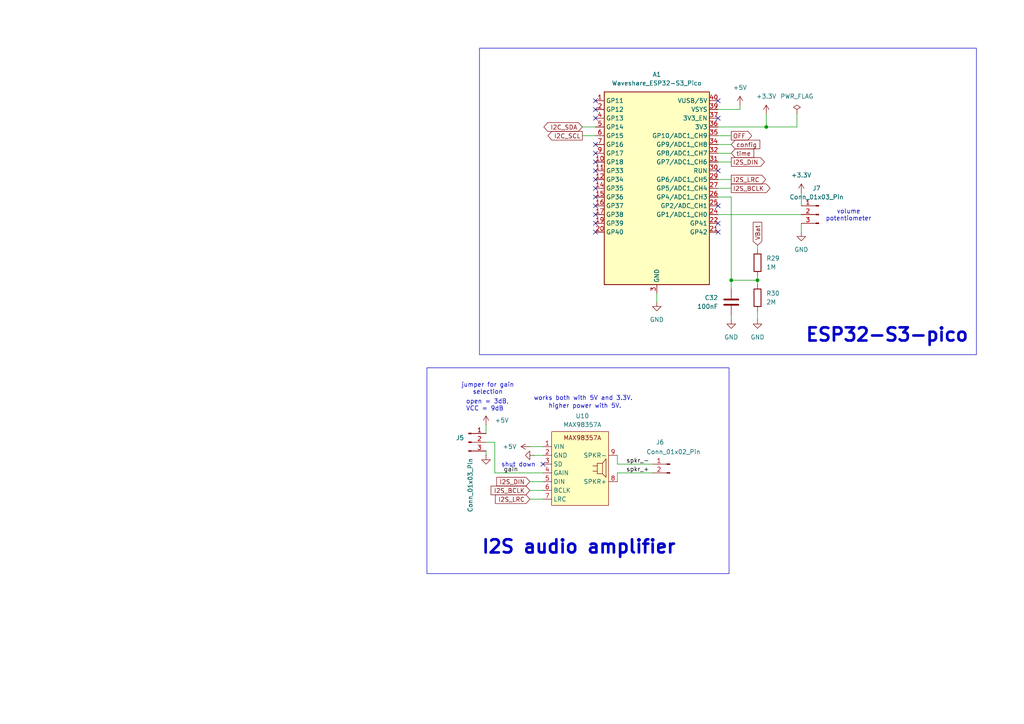
<source format=kicad_sch>
(kicad_sch (version 20250114) (generator "eeschema") (generator_version "9.0")
  (paper "A4")
  (lib_symbols
    (symbol "Connector:Conn_01x02_Pin" (pin_names (offset 1.016) (hide yes))
      (property "Reference" "J" (at 0 2.54 0))
      (property "Value" "Conn_01x02_Pin" (at 0 -5.08 0))
      (symbol "Conn_01x02_Pin_1_1"
        (rectangle (start 0.8636 0.127) (end 0 -0.127) (stroke (width 0.1524)) (fill (type outline)))
        (rectangle (start 0.8636 -2.413) (end 0 -2.667) (stroke (width 0.1524)) (fill (type outline)))
        (polyline (pts (xy 1.27 0) (xy 0.8636 0)) (stroke (width 0.1524)))
        (polyline (pts (xy 1.27 -2.54) (xy 0.8636 -2.54)) (stroke (width 0.1524)))
        (pin passive line (at 5.08 0 180) (length 3.81) (name "Pin_1") (number "1"))
        (pin passive line (at 5.08 -2.54 180) (length 3.81) (name "Pin_2") (number "2"))
      )
    )
    (symbol "Connector:Conn_01x03_Pin" (pin_names (offset 1.016) (hide yes))
      (property "Reference" "J" (at 0 5.08 0))
      (property "Value" "Conn_01x03_Pin" (at 0 -5.08 0))
      (symbol "Conn_01x03_Pin_1_1"
        (rectangle (start 0.8636 2.667) (end 0 2.413) (stroke (width 0.1524)) (fill (type outline)))
        (rectangle (start 0.8636 0.127) (end 0 -0.127) (stroke (width 0.1524)) (fill (type outline)))
        (rectangle (start 0.8636 -2.413) (end 0 -2.667) (stroke (width 0.1524)) (fill (type outline)))
        (polyline (pts (xy 1.27 2.54) (xy 0.8636 2.54)) (stroke (width 0.1524)))
        (polyline (pts (xy 1.27 0) (xy 0.8636 0)) (stroke (width 0.1524)))
        (polyline (pts (xy 1.27 -2.54) (xy 0.8636 -2.54)) (stroke (width 0.1524)))
        (pin passive line (at 5.08 2.54 180) (length 3.81) (name "Pin_1") (number "1"))
        (pin passive line (at 5.08 0 180) (length 3.81) (name "Pin_2") (number "2"))
        (pin passive line (at 5.08 -2.54 180) (length 3.81) (name "Pin_3") (number "3"))
      )
    )
    (symbol "Device:C" (pin_numbers (hide yes)) (pin_names (offset 0.254))
      (property "Reference" "C" (at 0.635 2.54 0))
      (property "Value" "C" (at 0.635 -2.54 0))
      (symbol "C_0_1"
        (polyline (pts (xy -2.032 0.762) (xy 2.032 0.762)) (stroke (width 0.508)))
        (polyline (pts (xy -2.032 -0.762) (xy 2.032 -0.762)) (stroke (width 0.508)))
      )
      (symbol "C_1_1"
        (pin passive line (at 0 3.81 270) (length 2.794) (name "~") (number "1"))
        (pin passive line (at 0 -3.81 90) (length 2.794) (name "~") (number "2"))
      )
    )
    (symbol "Device:R" (pin_numbers (hide yes)) (pin_names (offset 0))
      (property "Reference" "R" (at 2.032 0 90))
      (property "Value" "R" (at 0 0 90))
      (symbol "R_0_1"
        (rectangle (start -1.016 -2.54) (end 1.016 2.54) (stroke (width 0.254)))
      )
      (symbol "R_1_1"
        (pin passive line (at 0 3.81 270) (length 1.27) (name "~") (number "1"))
        (pin passive line (at 0 -3.81 90) (length 1.27) (name "~") (number "2"))
      )
    )
    (symbol "New_Library:MAX98357A"
      (property "Reference" "U" (at 0 14.224 0))
      (symbol "MAX98357A_0_1"
        (rectangle (start 4.318 2.794) (end 5.842 -0.254))
        (polyline (pts (xy 4.318 2.032) (xy 3.048 2.032)))
        (polyline (pts (xy 4.318 0.508) (xy 3.048 0.508)))
        (polyline (pts (xy 5.842 2.794) (xy 6.858 4.064) (xy 6.858 -1.27) (xy 5.842 -0.254)))
      )
      (symbol "MAX98357A_1_1"
        (rectangle (start -8.89 11.938) (end 7.62 -9.398) (fill (type background)))
        (text "MAX98357A" (at 0 10.16 0) (effects (font (size 1.27 1.27))))
        (pin input line (at -11.43 7.62 0) (length 2.54) (name "VIN") (number "1"))
        (pin input line (at -11.43 5.08 0) (length 2.54) (name "GND") (number "2"))
        (pin input line (at -11.43 2.54 0) (length 2.54) (name "SD") (number "3"))
        (pin input line (at -11.43 0 0) (length 2.54) (name "GAIN") (number "4"))
        (pin input line (at -11.43 -2.54 0) (length 2.54) (name "DIN") (number "5"))
        (pin input line (at -11.43 -5.08 0) (length 2.54) (name "BCLK") (number "6"))
        (pin input line (at -11.43 -7.62 0) (length 2.54) (name "LRC") (number "7"))
        (pin input line (at 10.16 5.08 180) (length 2.54) (name "SPKR-") (number "9"))
        (pin input line (at 10.16 -2.54 180) (length 2.54) (name "SPKR+") (number "8"))
      )
    )
    (symbol "New_Library:Waveshare_ESP32-S3_Pico"
      (property "Reference" "A" (at -14.986 23.622 0))
      (property "Value" "Waveshare_ESP32-S3_Pico" (at 3.81 -25.654 0))
      (symbol "Waveshare_ESP32-S3_Pico_0_1"
        (rectangle (start -15.24 22.86) (end 15.24 -33.02) (stroke (width 0.254)) (fill (type background)))
      )
      (symbol "Waveshare_ESP32-S3_Pico_1_1"
        (pin bidirectional line (at -17.78 20.32 0) (length 2.54) (name "GP11") (number "1"))
        (pin bidirectional line (at -17.78 17.78 0) (length 2.54) (name "GP12") (number "2"))
        (pin bidirectional line (at -17.78 15.24 0) (length 2.54) (name "GP13") (number "4"))
        (pin bidirectional line (at -17.78 12.7 0) (length 2.54) (name "GP14") (number "5"))
        (pin bidirectional line (at -17.78 10.16 0) (length 2.54) (name "GP15") (number "6"))
        (pin bidirectional line (at -17.78 7.62 0) (length 2.54) (name "GP16") (number "7"))
        (pin bidirectional line (at -17.78 5.08 0) (length 2.54) (name "GP17") (number "9"))
        (pin bidirectional line (at -17.78 2.54 0) (length 2.54) (name "GP18") (number "10"))
        (pin bidirectional line (at -17.78 0 0) (length 2.54) (name "GP33") (number "11"))
        (pin bidirectional line (at -17.78 -2.54 0) (length 2.54) (name "GP34") (number "12"))
        (pin bidirectional line (at -17.78 -5.08 0) (length 2.54) (name "GP35") (number "14"))
        (pin bidirectional line (at -17.78 -7.62 0) (length 2.54) (name "GP36") (number "15"))
        (pin bidirectional line (at -17.78 -10.16 0) (length 2.54) (name "GP37") (number "16"))
        (pin bidirectional line (at -17.78 -12.7 0) (length 2.54) (name "GP38") (number "17"))
        (pin bidirectional line (at -17.78 -15.24 0) (length 2.54) (name "GP39") (number "19"))
        (pin bidirectional line (at -17.78 -17.78 0) (length 2.54) (name "GP40") (number "20"))
        (pin power_in line (at 0 -35.56 90) (length 2.54) (hide yes) (name "GND") (number "13"))
        (pin power_in line (at 0 -35.56 90) (length 2.54) (hide yes) (name "GND") (number "18"))
        (pin power_in line (at 0 -35.56 90) (length 2.54) (hide yes) (name "GND") (number "23"))
        (pin power_in line (at 0 -35.56 90) (length 2.54) (hide yes) (name "GND") (number "28"))
        (pin power_in line (at 0 -35.56 90) (length 2.54) (name "GND") (number "3"))
        (pin passive line (at 0 -35.56 90) (length 2.54) (hide yes) (name "GND") (number "33"))
        (pin power_in line (at 0 -35.56 90) (length 2.54) (hide yes) (name "GND") (number "38"))
        (pin power_in line (at 0 -35.56 90) (length 2.54) (hide yes) (name "GND") (number "8"))
        (pin power_out line (at 17.78 20.32 180) (length 2.54) (name "VUSB/5V") (number "40"))
        (pin power_in line (at 17.78 17.78 180) (length 2.54) (name "VSYS") (number "39"))
        (pin input line (at 17.78 15.24 180) (length 2.54) (name "3V3_EN") (number "37"))
        (pin power_out line (at 17.78 12.7 180) (length 2.54) (name "3V3") (number "36"))
        (pin bidirectional line (at 17.78 10.16 180) (length 2.54) (name "GP10/ADC1_CH9") (number "35"))
        (pin bidirectional line (at 17.78 7.62 180) (length 2.54) (name "GP9/ADC1_CH8") (number "34"))
        (pin bidirectional line (at 17.78 5.08 180) (length 2.54) (name "GP8/ADC1_CH7") (number "32"))
        (pin bidirectional line (at 17.78 2.54 180) (length 2.54) (name "GP7/ADC1_CH6") (number "31"))
        (pin bidirectional line (at 17.78 0 180) (length 2.54) (name "RUN") (number "30"))
        (pin bidirectional line (at 17.78 -2.54 180) (length 2.54) (name "GP6/ADC1_CH5") (number "29"))
        (pin bidirectional line (at 17.78 -5.08 180) (length 2.54) (name "GP5/ADC1_CH4") (number "27"))
        (pin bidirectional line (at 17.78 -7.62 180) (length 2.54) (name "GP4/ADC1_CH3") (number "26"))
        (pin bidirectional line (at 17.78 -10.16 180) (length 2.54) (name "GP2/ADC_CH1") (number "25"))
        (pin bidirectional line (at 17.78 -12.7 180) (length 2.54) (name "GP1/ADC1_CH0") (number "24"))
        (pin bidirectional line (at 17.78 -15.24 180) (length 2.54) (name "GP41") (number "22"))
        (pin bidirectional line (at 17.78 -17.78 180) (length 2.54) (name "GP42") (number "21"))
      )
    )
    (symbol "power:+3.3V" (power) (pin_numbers (hide yes)) (pin_names (offset 0) (hide yes))
      (property "Value" "+3.3V" (at 0 3.556 0))
      (symbol "+3.3V_0_1"
        (polyline (pts (xy -0.762 1.27) (xy 0 2.54)))
        (polyline (pts (xy 0 2.54) (xy 0.762 1.27)))
        (polyline (pts (xy 0 0) (xy 0 2.54)))
      )
      (symbol "+3.3V_1_1"
        (pin power_in line (at 0 0 90) (length 0) (name "~") (number "1"))
      )
    )
    (symbol "power:+5V" (power) (pin_numbers (hide yes)) (pin_names (offset 0) (hide yes))
      (property "Value" "+5V" (at 0 3.556 0))
      (symbol "+5V_0_1"
        (polyline (pts (xy -0.762 1.27) (xy 0 2.54)))
        (polyline (pts (xy 0 2.54) (xy 0.762 1.27)))
        (polyline (pts (xy 0 0) (xy 0 2.54)))
      )
      (symbol "+5V_1_1"
        (pin power_in line (at 0 0 90) (length 0) (name "~") (number "1"))
      )
    )
    (symbol "power:GND" (power) (pin_numbers (hide yes)) (pin_names (offset 0) (hide yes))
      (property "Value" "GND" (at 0 -3.81 0))
      (symbol "GND_0_1"
        (polyline (pts (xy 0 0) (xy 0 -1.27) (xy 1.27 -1.27) (xy 0 -2.54) (xy -1.27 -1.27) (xy 0 -1.27)))
      )
      (symbol "GND_1_1"
        (pin power_in line (at 0 0 270) (length 0) (name "~") (number "1"))
      )
    )
    (symbol "power:PWR_FLAG" (power) (pin_numbers (hide yes)) (pin_names (offset 0) (hide yes))
      (property "Value" "PWR_FLAG" (at 0 3.81 0))
      (symbol "PWR_FLAG_0_0"
        (pin power_out line (at 0 0 90) (length 0) (name "~") (number "1"))
      )
      (symbol "PWR_FLAG_0_1"
        (polyline (pts (xy 0 0) (xy 0 1.27) (xy -1.016 1.905) (xy 0 2.54) (xy 1.016 1.905) (xy 0 1.27)))
      )
    )
  )
  (rectangle (start 139.065 13.97) (end 283.21 102.87))
  (rectangle (start 123.825 106.68) (end 211.455 166.37))
  (text "shut down" (at 150.368 134.874 0) (effects (font (size 1.27 1.27))))
  (text "open = 3dB, \nVCC = 9dB" (at 135.128 117.602 0) (effects (font (size 1.27 1.27)) (justify left)))
  (text "ESP32-S3-pico" (at 257.302 97.282 0) (effects (font (size 3.81 3.81) (thickness 0.762) (bold yes))))
  (text "works both with 5V and 3.3V." (at 169.164 115.57 0) (effects (font (size 1.27 1.27))))
  (text "volume\npotentiometer" (at 246.126 62.484 0) (effects (font (size 1.27 1.27))))
  (text "higher power with 5V." (at 169.672 117.856 0) (effects (font (size 1.27 1.27))))
  (text "jumper for gain\nselection" (at 141.478 112.776 0) (effects (font (size 1.27 1.27))))
  (text "I2S audio amplifier" (at 167.894 158.75 0) (effects (font (size 3.81 3.81) (thickness 0.762) (bold yes))))
  (junction (at 219.71 81.28))
  (junction (at 212.09 81.28))
  (junction (at 222.25 36.83))
  (no_connect (at 172.72 57.15))
  (no_connect (at 172.72 54.61))
  (no_connect (at 172.72 31.75))
  (no_connect (at 208.28 59.69))
  (no_connect (at 208.28 49.53))
  (no_connect (at 172.72 59.69))
  (no_connect (at 172.72 44.45))
  (no_connect (at 208.28 64.77))
  (no_connect (at 208.28 67.31))
  (no_connect (at 172.72 41.91))
  (no_connect (at 172.72 29.21))
  (no_connect (at 172.72 62.23))
  (no_connect (at 157.48 134.62))
  (no_connect (at 172.72 46.99))
  (no_connect (at 172.72 34.29))
  (no_connect (at 208.28 34.29))
  (no_connect (at 172.72 49.53))
  (no_connect (at 172.72 64.77))
  (no_connect (at 208.28 29.21))
  (no_connect (at 172.72 52.07))
  (no_connect (at 172.72 67.31))
  (wire (pts (xy 179.07 137.16) (xy 179.07 139.7)))
  (wire (pts (xy 143.51 137.16) (xy 157.48 137.16)))
  (wire (pts (xy 153.67 144.78) (xy 157.48 144.78)))
  (wire (pts (xy 222.25 33.02) (xy 222.25 36.83)))
  (wire (pts (xy 232.41 55.88) (xy 232.41 59.69)))
  (wire (pts (xy 143.51 128.27) (xy 143.51 137.16)))
  (wire (pts (xy 219.71 71.12) (xy 219.71 72.39)))
  (wire (pts (xy 140.97 123.19) (xy 140.97 125.73)))
  (wire (pts (xy 153.67 129.54) (xy 157.48 129.54)))
  (wire (pts (xy 219.71 90.17) (xy 219.71 92.71)))
  (wire (pts (xy 153.67 142.24) (xy 157.48 142.24)))
  (wire (pts (xy 212.09 91.44) (xy 212.09 92.71)))
  (wire (pts (xy 231.14 33.02) (xy 231.14 36.83)))
  (wire (pts (xy 179.07 134.62) (xy 179.07 132.08)))
  (wire (pts (xy 208.28 39.37) (xy 212.09 39.37)))
  (wire (pts (xy 140.97 128.27) (xy 143.51 128.27)))
  (wire (pts (xy 214.63 31.75) (xy 214.63 30.48)))
  (wire (pts (xy 232.41 64.77) (xy 232.41 67.31)))
  (wire (pts (xy 208.28 31.75) (xy 214.63 31.75)))
  (wire (pts (xy 154.94 132.08) (xy 157.48 132.08)))
  (wire (pts (xy 219.71 80.01) (xy 219.71 81.28)))
  (wire (pts (xy 222.25 36.83) (xy 208.28 36.83)))
  (wire (pts (xy 190.5 85.09) (xy 190.5 87.63)))
  (wire (pts (xy 208.28 44.45) (xy 212.09 44.45)))
  (wire (pts (xy 179.07 137.16) (xy 189.23 137.16)))
  (wire (pts (xy 179.07 134.62) (xy 189.23 134.62)))
  (wire (pts (xy 208.28 54.61) (xy 212.09 54.61)))
  (wire (pts (xy 208.28 46.99) (xy 212.09 46.99)))
  (wire (pts (xy 208.28 52.07) (xy 212.09 52.07)))
  (wire (pts (xy 140.97 130.81) (xy 140.97 132.08)))
  (wire (pts (xy 208.28 62.23) (xy 232.41 62.23)))
  (wire (pts (xy 168.91 36.83) (xy 172.72 36.83)))
  (wire (pts (xy 153.67 139.7) (xy 157.48 139.7)))
  (wire (pts (xy 168.91 39.37) (xy 172.72 39.37)))
  (wire (pts (xy 219.71 81.28) (xy 212.09 81.28)))
  (wire (pts (xy 208.28 41.91) (xy 212.09 41.91)))
  (wire (pts (xy 219.71 81.28) (xy 219.71 82.55)))
  (wire (pts (xy 231.14 36.83) (xy 222.25 36.83)))
  (wire (pts (xy 212.09 81.28) (xy 212.09 57.15)))
  (wire (pts (xy 208.28 57.15) (xy 212.09 57.15)))
  (wire (pts (xy 212.09 81.28) (xy 212.09 83.82)))
  (label "spkr_-" (at 181.61 134.62 0))
  (label "spkr_+" (at 181.61 137.16 0))
  (label "gain" (at 146.05 137.16 0))
  (global_label "I2S_BCLK" (shape output) (at 212.09 54.61 0) (property "Intersheetrefs" "${INTERSHEET_REFS}" (effects (hide yes))))
  (global_label "I2C_SCL" (shape output) (at 168.91 39.37 180) (property "Intersheetrefs" "${INTERSHEET_REFS}" (effects (hide yes))))
  (global_label "I2S_DIN" (shape output) (at 212.09 46.99 0) (property "Intersheetrefs" "${INTERSHEET_REFS}" (effects (hide yes))))
  (global_label "I2S_DIN" (shape input) (at 153.67 139.7 180) (property "Intersheetrefs" "${INTERSHEET_REFS}" (effects (hide yes))))
  (global_label "OFF" (shape output) (at 212.09 39.37 0) (property "Intersheetrefs" "${INTERSHEET_REFS}" (effects (hide yes))))
  (global_label "VBat" (shape input) (at 219.71 71.12 90) (property "Intersheetrefs" "${INTERSHEET_REFS}" (effects (hide yes))))
  (global_label "config" (shape input) (at 212.09 41.91 0) (property "Intersheetrefs" "${INTERSHEET_REFS}" (effects (hide yes))))
  (global_label "I2S_BCLK" (shape input) (at 153.67 142.24 180) (property "Intersheetrefs" "${INTERSHEET_REFS}" (effects (hide yes))))
  (global_label "I2S_LRC" (shape input) (at 153.67 144.78 180) (property "Intersheetrefs" "${INTERSHEET_REFS}" (effects (hide yes))))
  (global_label "I2C_SDA" (shape bidirectional) (at 168.91 36.83 180) (property "Intersheetrefs" "${INTERSHEET_REFS}" (effects (hide yes))))
  (global_label "I2S_LRC" (shape output) (at 212.09 52.07 0) (property "Intersheetrefs" "${INTERSHEET_REFS}" (effects (hide yes))))
  (global_label "time" (shape input) (at 212.09 44.45 0) (property "Intersheetrefs" "${INTERSHEET_REFS}" (effects (hide yes))))
  (symbol (lib_id "power:+5V") (at 214.63 30.48 0) (unit 1)
    (property "Reference" "#PWR081" (effects (hide yes)))
    (property "Value" "+5V" (at 214.63 25.4 0))
    (property "Description" "Power symbol creates a global label with name \"+5V\"" (effects (hide yes)))
  )
  (symbol (lib_id "power:+5V") (at 140.97 123.19 0) (unit 1)
    (property "Reference" "#PWR075" (effects (hide yes)))
    (property "Value" "+5V" (at 143.51 121.9199 0) (effects (justify left)))
    (property "Description" "Power symbol creates a global label with name \"+5V\"" (effects (hide yes)))
  )
  (symbol (lib_id "New_Library:Waveshare_ESP32-S3_Pico") (at 190.5 49.53 0) (unit 1)
    (property "Reference" "A1" (at 190.5 21.59 0))
    (property "Value" "Waveshare_ESP32-S3_Pico" (at 190.5 24.13 0))
    (property "Footprint" "my_footprints:Waveshare_ESP32_S3_pico" (effects (hide yes)))
    (property "Datasheet" "https://docs.arduino.cc/resources/datasheets/ABX00083-datasheet.pdf" (effects (hide yes)))
    (property "Description" "Arduino Nano board based on the ESP32-S3 with a dual-core 240 MHz processor, 384 kB ROM, 512 kB SRAM. Operates at 3.3V, with 5V USB-C® input and 6-21V VIN. Features Wi-Fi®, Bluetooth® LE, digital and analog pins, and supports SPI, I2C, UART, I2S, and CAN." (effects (hide yes)))
  )
  (symbol (lib_id "Device:C") (at 212.09 87.63 0) (mirror y) (unit 1)
    (property "Reference" "C32" (at 208.28 86.3599 0) (effects (justify left)))
    (property "Value" "100nF" (at 208.28 88.8999 0) (effects (justify left)))
    (property "Footprint" "Capacitor_THT:C_Rect_L10.0mm_W2.5mm_P7.50mm_MKS4" (effects (hide yes)))
    (property "Description" "Unpolarized capacitor" (effects (hide yes)))
  )
  (symbol (lib_id "power:+3.3V") (at 222.25 33.02 0) (unit 1)
    (property "Reference" "#PWR083" (effects (hide yes)))
    (property "Value" "+3.3V" (at 222.25 27.94 0))
    (property "Description" "Power symbol creates a global label with name \"+3.3V\"" (effects (hide yes)))
  )
  (symbol (lib_id "Connector:Conn_01x03_Pin") (at 135.89 128.27 0) (unit 1)
    (property "Reference" "J5" (at 134.62 126.9999 0) (effects (justify right)))
    (property "Value" "Conn_01x03_Pin" (at 136.398 132.842 90) (effects (justify right)))
    (property "Footprint" "my_footprints:3_pin_jumper" (effects (hide yes)))
    (property "Description" "Generic connector, single row, 01x03, script generated" (effects (hide yes)))
  )
  (symbol (lib_id "New_Library:MAX98357A") (at 168.91 137.16 0) (unit 1)
    (property "Reference" "U10" (at 168.91 120.65 0))
    (property "Value" "MAX98357A" (at 168.91 123.19 0))
    (property "Footprint" "my_footprints:MAX98357A_breakout" (effects (hide yes)))
  )
  (symbol (lib_id "power:GND") (at 154.94 132.08 270) (unit 1)
    (property "Reference" "#PWR078" (effects (hide yes)))
    (property "Value" "GND" (effects (hide yes)))
    (property "Description" "Power symbol creates a global label with name \"GND\" , ground" (effects (hide yes)))
  )
  (symbol (lib_id "power:+5V") (at 153.67 129.54 90) (unit 1)
    (property "Reference" "#PWR077" (effects (hide yes)))
    (property "Value" "+5V" (at 149.86 129.5399 90) (effects (justify left)))
    (property "Description" "Power symbol creates a global label with name \"+5V\"" (effects (hide yes)))
  )
  (symbol (lib_id "power:PWR_FLAG") (at 231.14 33.02 0) (unit 1)
    (property "Reference" "#FLG02" (effects (hide yes)))
    (property "Value" "PWR_FLAG" (at 231.14 27.94 0))
    (property "Description" "Special symbol for telling ERC where power comes from" (effects (hide yes)))
  )
  (symbol (lib_id "power:GND") (at 232.41 67.31 0) (unit 1)
    (property "Reference" "#PWR085" (effects (hide yes)))
    (property "Value" "GND" (at 232.41 72.39 0))
    (property "Description" "Power symbol creates a global label with name \"GND\" , ground" (effects (hide yes)))
  )
  (symbol (lib_id "Connector:Conn_01x02_Pin") (at 194.31 134.62 0) (mirror y) (unit 1)
    (property "Reference" "J6" (at 190.246 128.27 0) (effects (justify right)))
    (property "Value" "Conn_01x02_Pin" (at 187.452 131.064 0) (effects (justify right)))
    (property "Footprint" "my_footprints:2_pin" (effects (hide yes)))
    (property "Description" "Generic connector, single row, 01x02, script generated" (effects (hide yes)))
  )
  (symbol (lib_id "power:GND") (at 140.97 132.08 0) (unit 1)
    (property "Reference" "#PWR076" (effects (hide yes)))
    (property "Value" "GND" (effects (hide yes)))
    (property "Description" "Power symbol creates a global label with name \"GND\" , ground" (effects (hide yes)))
  )
  (symbol (lib_id "Device:R") (at 219.71 86.36 0) (unit 1)
    (property "Reference" "R30" (at 222.25 85.0899 0) (effects (justify left)))
    (property "Value" "2M" (at 222.25 87.6299 0) (effects (justify left)))
    (property "Footprint" "Resistor_THT:R_Axial_DIN0207_L6.3mm_D2.5mm_P10.16mm_Horizontal" (effects (hide yes)))
    (property "Description" "Resistor" (effects (hide yes)))
  )
  (symbol (lib_id "power:+3.3V") (at 232.41 55.88 0) (unit 1)
    (property "Reference" "#PWR084" (effects (hide yes)))
    (property "Value" "+3.3V" (at 232.41 50.8 0))
    (property "Description" "Power symbol creates a global label with name \"+3.3V\"" (effects (hide yes)))
  )
  (symbol (lib_id "power:GND") (at 212.09 92.71 0) (unit 1)
    (property "Reference" "#PWR080" (effects (hide yes)))
    (property "Value" "GND" (at 212.09 97.79 0))
    (property "Description" "Power symbol creates a global label with name \"GND\" , ground" (effects (hide yes)))
  )
  (symbol (lib_id "Device:R") (at 219.71 76.2 0) (unit 1)
    (property "Reference" "R29" (at 222.25 74.9299 0) (effects (justify left)))
    (property "Value" "1M" (at 222.25 77.4699 0) (effects (justify left)))
    (property "Footprint" "Resistor_THT:R_Axial_DIN0207_L6.3mm_D2.5mm_P10.16mm_Horizontal" (effects (hide yes)))
    (property "Description" "Resistor" (effects (hide yes)))
  )
  (symbol (lib_id "power:GND") (at 190.5 87.63 0) (unit 1)
    (property "Reference" "#PWR079" (effects (hide yes)))
    (property "Value" "GND" (at 190.5 92.71 0))
    (property "Description" "Power symbol creates a global label with name \"GND\" , ground" (effects (hide yes)))
  )
  (symbol (lib_id "power:GND") (at 219.71 92.71 0) (unit 1)
    (property "Reference" "#PWR082" (effects (hide yes)))
    (property "Value" "GND" (at 219.71 97.79 0))
    (property "Description" "Power symbol creates a global label with name \"GND\" , ground" (effects (hide yes)))
  )
  (symbol (lib_id "Connector:Conn_01x03_Pin") (at 237.49 62.23 0) (mirror y) (unit 1)
    (property "Reference" "J7" (at 236.855 54.61 0))
    (property "Value" "Conn_01x03_Pin" (at 236.855 57.15 0))
    (property "Footprint" "my_footprints:3_pin_jumper" (effects (hide yes)))
    (property "Description" "Generic connector, single row, 01x03, script generated" (effects (hide yes)))
  )
)
</source>
